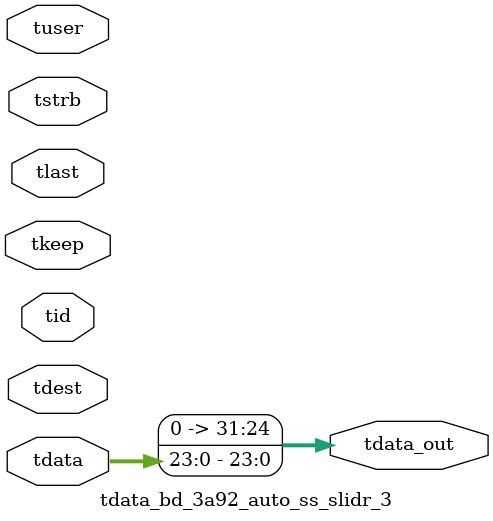
<source format=v>


`timescale 1ps/1ps

module tdata_bd_3a92_auto_ss_slidr_3 #
(
parameter C_S_AXIS_TDATA_WIDTH = 32,
parameter C_S_AXIS_TUSER_WIDTH = 0,
parameter C_S_AXIS_TID_WIDTH   = 0,
parameter C_S_AXIS_TDEST_WIDTH = 0,
parameter C_M_AXIS_TDATA_WIDTH = 32
)
(
input  [(C_S_AXIS_TDATA_WIDTH == 0 ? 1 : C_S_AXIS_TDATA_WIDTH)-1:0     ] tdata,
input  [(C_S_AXIS_TUSER_WIDTH == 0 ? 1 : C_S_AXIS_TUSER_WIDTH)-1:0     ] tuser,
input  [(C_S_AXIS_TID_WIDTH   == 0 ? 1 : C_S_AXIS_TID_WIDTH)-1:0       ] tid,
input  [(C_S_AXIS_TDEST_WIDTH == 0 ? 1 : C_S_AXIS_TDEST_WIDTH)-1:0     ] tdest,
input  [(C_S_AXIS_TDATA_WIDTH/8)-1:0 ] tkeep,
input  [(C_S_AXIS_TDATA_WIDTH/8)-1:0 ] tstrb,
input                                                                    tlast,
output [C_M_AXIS_TDATA_WIDTH-1:0] tdata_out
);

assign tdata_out = {tdata[23:0]};

endmodule


</source>
